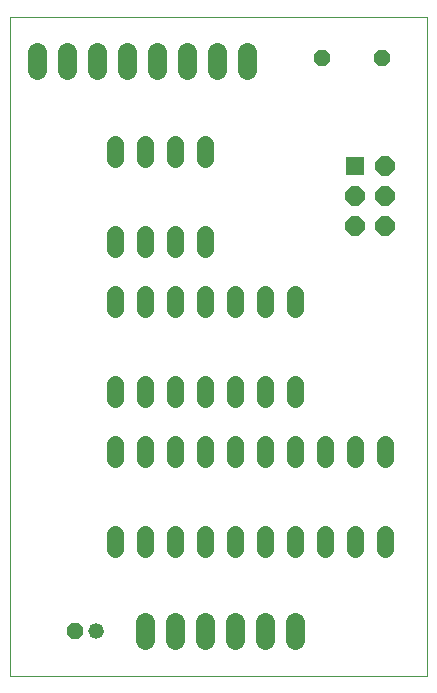
<source format=gts>
G75*
G70*
%OFA0B0*%
%FSLAX24Y24*%
%IPPOS*%
%LPD*%
%AMOC8*
5,1,8,0,0,1.08239X$1,22.5*
%
%ADD10C,0.0000*%
%ADD11R,0.0640X0.0640*%
%ADD12OC8,0.0640*%
%ADD13C,0.0640*%
%ADD14OC8,0.0520*%
%ADD15C,0.0520*%
%ADD16C,0.0560*%
%ADD17OC8,0.0560*%
D10*
X000247Y000180D02*
X000247Y022176D01*
X014117Y022176D01*
X014117Y000180D01*
X000247Y000180D01*
D11*
X011747Y017180D03*
D12*
X011747Y016180D03*
X011747Y015180D03*
X012747Y015180D03*
X012747Y016180D03*
X012747Y017180D03*
D13*
X008147Y020380D02*
X008147Y020980D01*
X007147Y020980D02*
X007147Y020380D01*
X006147Y020380D02*
X006147Y020980D01*
X005147Y020980D02*
X005147Y020380D01*
X004147Y020380D02*
X004147Y020980D01*
X003147Y020980D02*
X003147Y020380D01*
X002147Y020380D02*
X002147Y020980D01*
X001147Y020980D02*
X001147Y020380D01*
X004747Y001980D02*
X004747Y001380D01*
X005747Y001380D02*
X005747Y001980D01*
X006747Y001980D02*
X006747Y001380D01*
X007747Y001380D02*
X007747Y001980D01*
X008747Y001980D02*
X008747Y001380D01*
X009747Y001380D02*
X009747Y001980D01*
D14*
X002397Y001680D03*
D15*
X003097Y001680D03*
D16*
X003747Y004420D02*
X003747Y004940D01*
X004747Y004940D02*
X004747Y004420D01*
X005747Y004420D02*
X005747Y004940D01*
X006747Y004940D02*
X006747Y004420D01*
X007747Y004420D02*
X007747Y004940D01*
X008747Y004940D02*
X008747Y004420D01*
X009747Y004420D02*
X009747Y004940D01*
X010747Y004940D02*
X010747Y004420D01*
X011747Y004420D02*
X011747Y004940D01*
X012747Y004940D02*
X012747Y004420D01*
X012747Y007420D02*
X012747Y007940D01*
X011747Y007940D02*
X011747Y007420D01*
X010747Y007420D02*
X010747Y007940D01*
X009747Y007940D02*
X009747Y007420D01*
X008747Y007420D02*
X008747Y007940D01*
X007747Y007940D02*
X007747Y007420D01*
X006747Y007420D02*
X006747Y007940D01*
X005747Y007940D02*
X005747Y007420D01*
X004747Y007420D02*
X004747Y007940D01*
X003747Y007940D02*
X003747Y007420D01*
X003747Y009420D02*
X003747Y009940D01*
X004747Y009940D02*
X004747Y009420D01*
X005747Y009420D02*
X005747Y009940D01*
X006747Y009940D02*
X006747Y009420D01*
X007747Y009420D02*
X007747Y009940D01*
X008747Y009940D02*
X008747Y009420D01*
X009747Y009420D02*
X009747Y009940D01*
X009747Y012420D02*
X009747Y012940D01*
X008747Y012940D02*
X008747Y012420D01*
X007747Y012420D02*
X007747Y012940D01*
X006747Y012940D02*
X006747Y012420D01*
X005747Y012420D02*
X005747Y012940D01*
X004747Y012940D02*
X004747Y012420D01*
X003747Y012420D02*
X003747Y012940D01*
X003747Y014420D02*
X003747Y014940D01*
X004747Y014940D02*
X004747Y014420D01*
X005747Y014420D02*
X005747Y014940D01*
X006747Y014940D02*
X006747Y014420D01*
X006747Y017420D02*
X006747Y017940D01*
X005747Y017940D02*
X005747Y017420D01*
X004747Y017420D02*
X004747Y017940D01*
X003747Y017940D02*
X003747Y017420D01*
D17*
X010647Y020780D03*
X012647Y020780D03*
M02*

</source>
